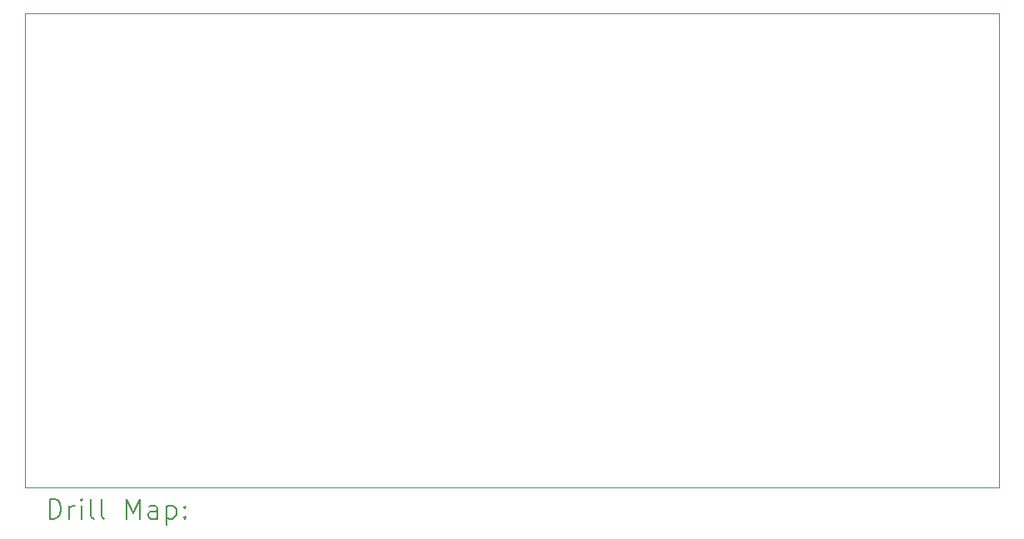
<source format=gbr>
%TF.GenerationSoftware,KiCad,Pcbnew,6.0.9*%
%TF.CreationDate,2023-02-13T16:45:08-08:00*%
%TF.ProjectId,latch,6c617463-682e-46b6-9963-61645f706362,A*%
%TF.SameCoordinates,Original*%
%TF.FileFunction,Drillmap*%
%TF.FilePolarity,Positive*%
%FSLAX45Y45*%
G04 Gerber Fmt 4.5, Leading zero omitted, Abs format (unit mm)*
G04 Created by KiCad (PCBNEW 6.0.9) date 2023-02-13 16:45:08*
%MOMM*%
%LPD*%
G01*
G04 APERTURE LIST*
%ADD10C,0.100000*%
%ADD11C,0.200000*%
G04 APERTURE END LIST*
D10*
X10160000Y-7874000D02*
X20066000Y-7874000D01*
X20066000Y-7874000D02*
X20066000Y-12700000D01*
X20066000Y-12700000D02*
X10160000Y-12700000D01*
X10160000Y-12700000D02*
X10160000Y-7874000D01*
D11*
X10412619Y-13015476D02*
X10412619Y-12815476D01*
X10460238Y-12815476D01*
X10488810Y-12825000D01*
X10507857Y-12844048D01*
X10517381Y-12863095D01*
X10526905Y-12901190D01*
X10526905Y-12929762D01*
X10517381Y-12967857D01*
X10507857Y-12986905D01*
X10488810Y-13005952D01*
X10460238Y-13015476D01*
X10412619Y-13015476D01*
X10612619Y-13015476D02*
X10612619Y-12882143D01*
X10612619Y-12920238D02*
X10622143Y-12901190D01*
X10631667Y-12891667D01*
X10650714Y-12882143D01*
X10669762Y-12882143D01*
X10736429Y-13015476D02*
X10736429Y-12882143D01*
X10736429Y-12815476D02*
X10726905Y-12825000D01*
X10736429Y-12834524D01*
X10745952Y-12825000D01*
X10736429Y-12815476D01*
X10736429Y-12834524D01*
X10860238Y-13015476D02*
X10841190Y-13005952D01*
X10831667Y-12986905D01*
X10831667Y-12815476D01*
X10965000Y-13015476D02*
X10945952Y-13005952D01*
X10936429Y-12986905D01*
X10936429Y-12815476D01*
X11193571Y-13015476D02*
X11193571Y-12815476D01*
X11260238Y-12958333D01*
X11326905Y-12815476D01*
X11326905Y-13015476D01*
X11507857Y-13015476D02*
X11507857Y-12910714D01*
X11498333Y-12891667D01*
X11479286Y-12882143D01*
X11441190Y-12882143D01*
X11422143Y-12891667D01*
X11507857Y-13005952D02*
X11488809Y-13015476D01*
X11441190Y-13015476D01*
X11422143Y-13005952D01*
X11412619Y-12986905D01*
X11412619Y-12967857D01*
X11422143Y-12948809D01*
X11441190Y-12939286D01*
X11488809Y-12939286D01*
X11507857Y-12929762D01*
X11603095Y-12882143D02*
X11603095Y-13082143D01*
X11603095Y-12891667D02*
X11622143Y-12882143D01*
X11660238Y-12882143D01*
X11679286Y-12891667D01*
X11688809Y-12901190D01*
X11698333Y-12920238D01*
X11698333Y-12977381D01*
X11688809Y-12996428D01*
X11679286Y-13005952D01*
X11660238Y-13015476D01*
X11622143Y-13015476D01*
X11603095Y-13005952D01*
X11784048Y-12996428D02*
X11793571Y-13005952D01*
X11784048Y-13015476D01*
X11774524Y-13005952D01*
X11784048Y-12996428D01*
X11784048Y-13015476D01*
X11784048Y-12891667D02*
X11793571Y-12901190D01*
X11784048Y-12910714D01*
X11774524Y-12901190D01*
X11784048Y-12891667D01*
X11784048Y-12910714D01*
M02*

</source>
